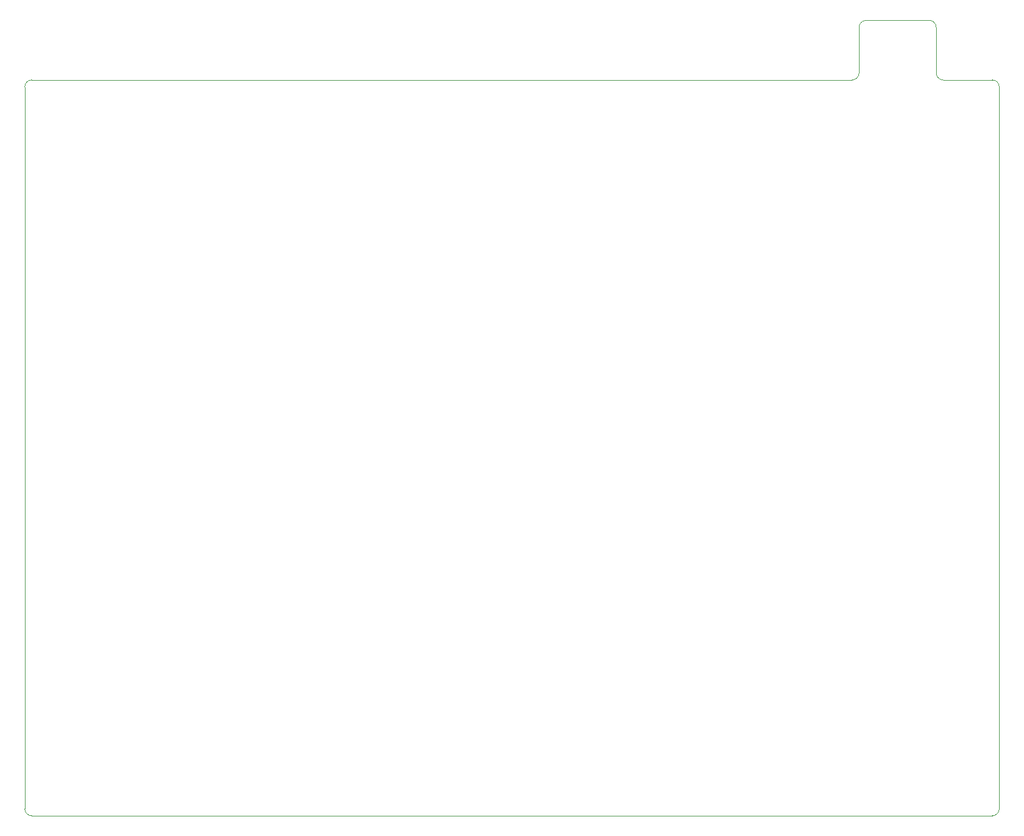
<source format=gbr>
%TF.GenerationSoftware,KiCad,Pcbnew,7.0.6*%
%TF.CreationDate,2023-09-02T14:35:54+09:00*%
%TF.ProjectId,ember_bottom_plate,656d6265-725f-4626-9f74-746f6d5f706c,rev?*%
%TF.SameCoordinates,Original*%
%TF.FileFunction,Profile,NP*%
%FSLAX46Y46*%
G04 Gerber Fmt 4.6, Leading zero omitted, Abs format (unit mm)*
G04 Created by KiCad (PCBNEW 7.0.6) date 2023-09-02 14:35:54*
%MOMM*%
%LPD*%
G01*
G04 APERTURE LIST*
%TA.AperFunction,Profile*%
%ADD10C,0.100000*%
%TD*%
G04 APERTURE END LIST*
D10*
X180000000Y-49000000D02*
X180000000Y-42500000D01*
X169000000Y-42500000D02*
X169000000Y-49000000D01*
X170000000Y-41500000D02*
G75*
G03*
X169000000Y-42500000I0J-1000000D01*
G01*
X168000000Y-50000000D02*
X51000000Y-50000000D01*
X189000000Y-51000000D02*
G75*
G03*
X188000000Y-50000000I-1000000J0D01*
G01*
X179000000Y-41500000D02*
X170000000Y-41500000D01*
X50000000Y-51000000D02*
X50000000Y-154000000D01*
X180000000Y-49000000D02*
G75*
G03*
X181000000Y-50000000I1000000J0D01*
G01*
X188000000Y-155000000D02*
G75*
G03*
X189000000Y-154000000I0J1000000D01*
G01*
X50000000Y-154000000D02*
G75*
G03*
X51000000Y-155000000I1000000J0D01*
G01*
X168000000Y-50000000D02*
G75*
G03*
X169000000Y-49000000I0J1000000D01*
G01*
X181000000Y-50000000D02*
X188000000Y-50000000D01*
X188000000Y-155000000D02*
X51000000Y-155000000D01*
X189000000Y-154000000D02*
X189000000Y-51000000D01*
X51000000Y-50000000D02*
G75*
G03*
X50000000Y-51000000I0J-1000000D01*
G01*
X180000000Y-42500000D02*
G75*
G03*
X179000000Y-41500000I-1000000J0D01*
G01*
M02*

</source>
